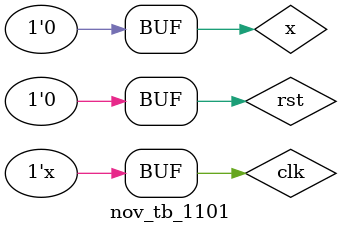
<source format=v>
`timescale 1ns/100ps
module nov_tb_1101;
  reg clk,rst,x;
  wire z;
  
  nov_sequence_1101 uut(clk,rst,x,z);
  always #5 clk=~clk;
  initial begin
    clk=0;rst=1; x=0; #10;
    rst=0; 
    
    //01101101011010
    x=0;#10;
    x=1;#10;
    x=1;#10;
    x=0;#10;
    x=1;#10;
    x=1;#10;
    x=0;#10;
    x=1;#10;
    x=0;#10;
    x=1;#10;
    x=1;#10;
    x=0;#10;
    x=1;#10;
    x=0;#10;
  end
endmodule 
    
    
    
    

</source>
